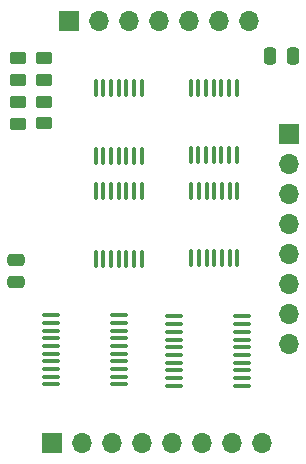
<source format=gbr>
%TF.GenerationSoftware,KiCad,Pcbnew,(6.0.0-0)*%
%TF.CreationDate,2022-02-14T20:59:39-05:00*%
%TF.ProjectId,Shifter-v6,53686966-7465-4722-9d76-362e6b696361,rev?*%
%TF.SameCoordinates,Original*%
%TF.FileFunction,Soldermask,Top*%
%TF.FilePolarity,Negative*%
%FSLAX46Y46*%
G04 Gerber Fmt 4.6, Leading zero omitted, Abs format (unit mm)*
G04 Created by KiCad (PCBNEW (6.0.0-0)) date 2022-02-14 20:59:39*
%MOMM*%
%LPD*%
G01*
G04 APERTURE LIST*
G04 Aperture macros list*
%AMRoundRect*
0 Rectangle with rounded corners*
0 $1 Rounding radius*
0 $2 $3 $4 $5 $6 $7 $8 $9 X,Y pos of 4 corners*
0 Add a 4 corners polygon primitive as box body*
4,1,4,$2,$3,$4,$5,$6,$7,$8,$9,$2,$3,0*
0 Add four circle primitives for the rounded corners*
1,1,$1+$1,$2,$3*
1,1,$1+$1,$4,$5*
1,1,$1+$1,$6,$7*
1,1,$1+$1,$8,$9*
0 Add four rect primitives between the rounded corners*
20,1,$1+$1,$2,$3,$4,$5,0*
20,1,$1+$1,$4,$5,$6,$7,0*
20,1,$1+$1,$6,$7,$8,$9,0*
20,1,$1+$1,$8,$9,$2,$3,0*%
G04 Aperture macros list end*
%ADD10RoundRect,0.100000X0.637500X0.100000X-0.637500X0.100000X-0.637500X-0.100000X0.637500X-0.100000X0*%
%ADD11RoundRect,0.100000X-0.637500X-0.100000X0.637500X-0.100000X0.637500X0.100000X-0.637500X0.100000X0*%
%ADD12RoundRect,0.100000X0.100000X-0.637500X0.100000X0.637500X-0.100000X0.637500X-0.100000X-0.637500X0*%
%ADD13RoundRect,0.250000X-0.450000X0.262500X-0.450000X-0.262500X0.450000X-0.262500X0.450000X0.262500X0*%
%ADD14RoundRect,0.250000X-0.475000X0.250000X-0.475000X-0.250000X0.475000X-0.250000X0.475000X0.250000X0*%
%ADD15RoundRect,0.250000X-0.250000X-0.475000X0.250000X-0.475000X0.250000X0.475000X-0.250000X0.475000X0*%
%ADD16R,1.700000X1.700000*%
%ADD17O,1.700000X1.700000*%
G04 APERTURE END LIST*
D10*
%TO.C,U5*%
X170248500Y-96143000D03*
X170248500Y-95493000D03*
X170248500Y-94843000D03*
X170248500Y-94193000D03*
X170248500Y-93543000D03*
X170248500Y-92893000D03*
X170248500Y-92243000D03*
X170248500Y-91593000D03*
X170248500Y-90943000D03*
X170248500Y-90293000D03*
X164523500Y-90293000D03*
X164523500Y-90943000D03*
X164523500Y-91593000D03*
X164523500Y-92243000D03*
X164523500Y-92893000D03*
X164523500Y-93543000D03*
X164523500Y-94193000D03*
X164523500Y-94843000D03*
X164523500Y-95493000D03*
X164523500Y-96143000D03*
%TD*%
D11*
%TO.C,U6*%
X174937500Y-90397000D03*
X174937500Y-91047000D03*
X174937500Y-91697000D03*
X174937500Y-92347000D03*
X174937500Y-92997000D03*
X174937500Y-93647000D03*
X174937500Y-94297000D03*
X174937500Y-94947000D03*
X174937500Y-95597000D03*
X174937500Y-96247000D03*
X180662500Y-96247000D03*
X180662500Y-95597000D03*
X180662500Y-94947000D03*
X180662500Y-94297000D03*
X180662500Y-93647000D03*
X180662500Y-92997000D03*
X180662500Y-92347000D03*
X180662500Y-91697000D03*
X180662500Y-91047000D03*
X180662500Y-90397000D03*
%TD*%
D12*
%TO.C,U2*%
X168300000Y-85512500D03*
X168950000Y-85512500D03*
X169600000Y-85512500D03*
X170250000Y-85512500D03*
X170900000Y-85512500D03*
X171550000Y-85512500D03*
X172200000Y-85512500D03*
X172200000Y-79787500D03*
X171550000Y-79787500D03*
X170900000Y-79787500D03*
X170250000Y-79787500D03*
X169600000Y-79787500D03*
X168950000Y-79787500D03*
X168300000Y-79787500D03*
%TD*%
D13*
%TO.C,R11*%
X163900000Y-68525000D03*
X163900000Y-70350000D03*
%TD*%
D12*
%TO.C,U1*%
X168300000Y-76812500D03*
X168950000Y-76812500D03*
X169600000Y-76812500D03*
X170250000Y-76812500D03*
X170900000Y-76812500D03*
X171550000Y-76812500D03*
X172200000Y-76812500D03*
X172200000Y-71087500D03*
X171550000Y-71087500D03*
X170900000Y-71087500D03*
X170250000Y-71087500D03*
X169600000Y-71087500D03*
X168950000Y-71087500D03*
X168300000Y-71087500D03*
%TD*%
D13*
%TO.C,R12*%
X161700000Y-68537500D03*
X161700000Y-70362500D03*
%TD*%
D14*
%TO.C,C2*%
X161550000Y-85600000D03*
X161550000Y-87500000D03*
%TD*%
D12*
%TO.C,U3*%
X176400000Y-85462500D03*
X177050000Y-85462500D03*
X177700000Y-85462500D03*
X178350000Y-85462500D03*
X179000000Y-85462500D03*
X179650000Y-85462500D03*
X180300000Y-85462500D03*
X180300000Y-79737500D03*
X179650000Y-79737500D03*
X179000000Y-79737500D03*
X178350000Y-79737500D03*
X177700000Y-79737500D03*
X177050000Y-79737500D03*
X176400000Y-79737500D03*
%TD*%
D13*
%TO.C,R13*%
X163900000Y-72225000D03*
X163900000Y-74050000D03*
%TD*%
D15*
%TO.C,C1*%
X183100000Y-68300000D03*
X185000000Y-68300000D03*
%TD*%
D12*
%TO.C,U4*%
X176350000Y-76762500D03*
X177000000Y-76762500D03*
X177650000Y-76762500D03*
X178300000Y-76762500D03*
X178950000Y-76762500D03*
X179600000Y-76762500D03*
X180250000Y-76762500D03*
X180250000Y-71037500D03*
X179600000Y-71037500D03*
X178950000Y-71037500D03*
X178300000Y-71037500D03*
X177650000Y-71037500D03*
X177000000Y-71037500D03*
X176350000Y-71037500D03*
%TD*%
D13*
%TO.C,R10*%
X161700000Y-72237500D03*
X161700000Y-74062500D03*
%TD*%
D16*
%TO.C,J3*%
X166075000Y-65400000D03*
D17*
X168615000Y-65400000D03*
X171155000Y-65400000D03*
X173695000Y-65400000D03*
X176235000Y-65400000D03*
X178775000Y-65400000D03*
X181315000Y-65400000D03*
%TD*%
D16*
%TO.C,J2*%
X164630000Y-101100000D03*
D17*
X167170000Y-101100000D03*
X169710000Y-101100000D03*
X172250000Y-101100000D03*
X174790000Y-101100000D03*
X177330000Y-101100000D03*
X179870000Y-101100000D03*
X182410000Y-101100000D03*
%TD*%
D16*
%TO.C,J1*%
X184700000Y-74970000D03*
D17*
X184700000Y-77510000D03*
X184700000Y-80050000D03*
X184700000Y-82590000D03*
X184700000Y-85130000D03*
X184700000Y-87670000D03*
X184700000Y-90210000D03*
X184700000Y-92750000D03*
%TD*%
M02*

</source>
